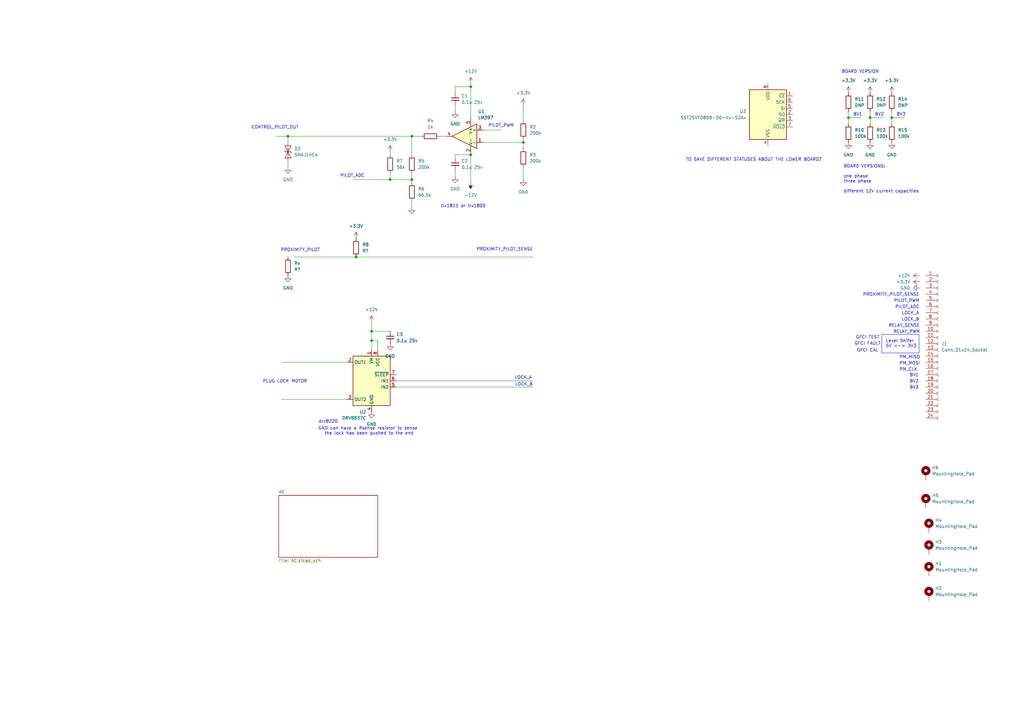
<source format=kicad_sch>
(kicad_sch (version 20231120) (generator "eeschema") (generator_version "8.0")
  (paper "A3")
  (title_block (title "EVSE") (date "2024-05-31") (rev "1") (company "BlueDot d.o.o."))
  (lib_symbols
    (symbol "Comparator:LM397" (pin_names (offset 0.127))
      (property "Reference" "U" (at 1.27 5.08 0))
      (property "Value" "LM397" (at 3.81 -5.08 0))
      (symbol "LM397_0_1"
        (polyline (pts (xy -5.08 5.08) (xy 5.08 0) (xy -5.08 -5.08) (xy -5.08 5.08)) (stroke (width 0.254)) (fill (type background)))
      )
      (symbol "LM397_1_1"
        (pin input line (at -7.62 -2.54 0) (length 2.54) (name "-") (number "1"))
        (pin power_in line (at -2.54 -7.62 90) (length 3.81) (name "V-") (number "2"))
        (pin input line (at -7.62 2.54 0) (length 2.54) (name "+") (number "3"))
        (pin open_collector line (at 7.62 0 180) (length 2.54) (name "~") (number "4"))
        (pin power_in line (at -2.54 7.62 270) (length 3.81) (name "V+") (number "5"))
      )
    )
    (symbol "Connector:Conn_01x24_Socket" (pin_names (offset 1.016) hide)
      (property "Reference" "J" (at 0 30.48 0))
      (property "Value" "Conn_01x24_Socket" (at 0 -33.02 0))
      (symbol "Conn_01x24_Socket_1_1"
        (arc (start 0 -29.972) (mid -0.5058 -30.48) (end 0 -30.988) (stroke (width 0.1524)))
        (arc (start 0 -27.432) (mid -0.5058 -27.94) (end 0 -28.448) (stroke (width 0.1524)))
        (arc (start 0 -24.892) (mid -0.5058 -25.4) (end 0 -25.908) (stroke (width 0.1524)))
        (arc (start 0 -22.352) (mid -0.5058 -22.86) (end 0 -23.368) (stroke (width 0.1524)))
        (arc (start 0 -19.812) (mid -0.5058 -20.32) (end 0 -20.828) (stroke (width 0.1524)))
        (arc (start 0 -17.272) (mid -0.5058 -17.78) (end 0 -18.288) (stroke (width 0.1524)))
        (arc (start 0 -14.732) (mid -0.5058 -15.24) (end 0 -15.748) (stroke (width 0.1524)))
        (arc (start 0 -12.192) (mid -0.5058 -12.7) (end 0 -13.208) (stroke (width 0.1524)))
        (arc (start 0 -9.652) (mid -0.5058 -10.16) (end 0 -10.668) (stroke (width 0.1524)))
        (arc (start 0 -7.112) (mid -0.5058 -7.62) (end 0 -8.128) (stroke (width 0.1524)))
        (arc (start 0 -4.572) (mid -0.5058 -5.08) (end 0 -5.588) (stroke (width 0.1524)))
        (arc (start 0 -2.032) (mid -0.5058 -2.54) (end 0 -3.048) (stroke (width 0.1524)))
        (polyline (pts (xy -1.27 -30.48) (xy -0.508 -30.48)) (stroke (width 0.1524)))
        (polyline (pts (xy -1.27 -27.94) (xy -0.508 -27.94)) (stroke (width 0.1524)))
        (polyline (pts (xy -1.27 -25.4) (xy -0.508 -25.4)) (stroke (width 0.1524)))
        (polyline (pts (xy -1.27 -22.86) (xy -0.508 -22.86)) (stroke (width 0.1524)))
        (polyline (pts (xy -1.27 -20.32) (xy -0.508 -20.32)) (stroke (width 0.1524)))
        (polyline (pts (xy -1.27 -17.78) (xy -0.508 -17.78)) (stroke (width 0.1524)))
        (polyline (pts (xy -1.27 -15.24) (xy -0.508 -15.24)) (stroke (width 0.1524)))
        (polyline (pts (xy -1.27 -12.7) (xy -0.508 -12.7)) (stroke (width 0.1524)))
        (polyline (pts (xy -1.27 -10.16) (xy -0.508 -10.16)) (stroke (width 0.1524)))
        (polyline (pts (xy -1.27 -7.62) (xy -0.508 -7.62)) (stroke (width 0.1524)))
        (polyline (pts (xy -1.27 -5.08) (xy -0.508 -5.08)) (stroke (width 0.1524)))
        (polyline (pts (xy -1.27 -2.54) (xy -0.508 -2.54)) (stroke (width 0.1524)))
        (polyline (pts (xy -1.27 0) (xy -0.508 0)) (stroke (width 0.1524)))
        (polyline (pts (xy -1.27 2.54) (xy -0.508 2.54)) (stroke (width 0.1524)))
        (polyline (pts (xy -1.27 5.08) (xy -0.508 5.08)) (stroke (width 0.1524)))
        (polyline (pts (xy -1.27 7.62) (xy -0.508 7.62)) (stroke (width 0.1524)))
        (polyline (pts (xy -1.27 10.16) (xy -0.508 10.16)) (stroke (width 0.1524)))
        (polyline (pts (xy -1.27 12.7) (xy -0.508 12.7)) (stroke (width 0.1524)))
        (polyline (pts (xy -1.27 15.24) (xy -0.508 15.24)) (stroke (width 0.1524)))
        (polyline (pts (xy -1.27 17.78) (xy -0.508 17.78)) (stroke (width 0.1524)))
        (polyline (pts (xy -1.27 20.32) (xy -0.508 20.32)) (stroke (width 0.1524)))
        (polyline (pts (xy -1.27 22.86) (xy -0.508 22.86)) (stroke (width 0.1524)))
        (polyline (pts (xy -1.27 25.4) (xy -0.508 25.4)) (stroke (width 0.1524)))
        (polyline (pts (xy -1.27 27.94) (xy -0.508 27.94)) (stroke (width 0.1524)))
        (arc (start 0 0.508) (mid -0.5058 0) (end 0 -0.508) (stroke (width 0.1524)))
        (arc (start 0 3.048) (mid -0.5058 2.54) (end 0 2.032) (stroke (width 0.1524)))
        (arc (start 0 5.588) (mid -0.5058 5.08) (end 0 4.572) (stroke (width 0.1524)))
        (arc (start 0 8.128) (mid -0.5058 7.62) (end 0 7.112) (stroke (width 0.1524)))
        (arc (start 0 10.668) (mid -0.5058 10.16) (end 0 9.652) (stroke (width 0.1524)))
        (arc (start 0 13.208) (mid -0.5058 12.7) (end 0 12.192) (stroke (width 0.1524)))
        (arc (start 0 15.748) (mid -0.5058 15.24) (end 0 14.732) (stroke (width 0.1524)))
        (arc (start 0 18.288) (mid -0.5058 17.78) (end 0 17.272) (stroke (width 0.1524)))
        (arc (start 0 20.828) (mid -0.5058 20.32) (end 0 19.812) (stroke (width 0.1524)))
        (arc (start 0 23.368) (mid -0.5058 22.86) (end 0 22.352) (stroke (width 0.1524)))
        (arc (start 0 25.908) (mid -0.5058 25.4) (end 0 24.892) (stroke (width 0.1524)))
        (arc (start 0 28.448) (mid -0.5058 27.94) (end 0 27.432) (stroke (width 0.1524)))
        (pin passive line (at -5.08 27.94 0) (length 3.81) (name "Pin_1") (number "1"))
        (pin passive line (at -5.08 5.08 0) (length 3.81) (name "Pin_10") (number "10"))
        (pin passive line (at -5.08 2.54 0) (length 3.81) (name "Pin_11") (number "11"))
        (pin passive line (at -5.08 0 0) (length 3.81) (name "Pin_12") (number "12"))
        (pin passive line (at -5.08 -2.54 0) (length 3.81) (name "Pin_13") (number "13"))
        (pin passive line (at -5.08 -5.08 0) (length 3.81) (name "Pin_14") (number "14"))
        (pin passive line (at -5.08 -7.62 0) (length 3.81) (name "Pin_15") (number "15"))
        (pin passive line (at -5.08 -10.16 0) (length 3.81) (name "Pin_16") (number "16"))
        (pin passive line (at -5.08 -12.7 0) (length 3.81) (name "Pin_17") (number "17"))
        (pin passive line (at -5.08 -15.24 0) (length 3.81) (name "Pin_18") (number "18"))
        (pin passive line (at -5.08 -17.78 0) (length 3.81) (name "Pin_19") (number "19"))
        (pin passive line (at -5.08 25.4 0) (length 3.81) (name "Pin_2") (number "2"))
        (pin passive line (at -5.08 -20.32 0) (length 3.81) (name "Pin_20") (number "20"))
        (pin passive line (at -5.08 -22.86 0) (length 3.81) (name "Pin_21") (number "21"))
        (pin passive line (at -5.08 -25.4 0) (length 3.81) (name "Pin_22") (number "22"))
        (pin passive line (at -5.08 -27.94 0) (length 3.81) (name "Pin_23") (number "23"))
        (pin passive line (at -5.08 -30.48 0) (length 3.81) (name "Pin_24") (number "24"))
        (pin passive line (at -5.08 22.86 0) (length 3.81) (name "Pin_3") (number "3"))
        (pin passive line (at -5.08 20.32 0) (length 3.81) (name "Pin_4") (number "4"))
        (pin passive line (at -5.08 17.78 0) (length 3.81) (name "Pin_5") (number "5"))
        (pin passive line (at -5.08 15.24 0) (length 3.81) (name "Pin_6") (number "6"))
        (pin passive line (at -5.08 12.7 0) (length 3.81) (name "Pin_7") (number "7"))
        (pin passive line (at -5.08 10.16 0) (length 3.81) (name "Pin_8") (number "8"))
        (pin passive line (at -5.08 7.62 0) (length 3.81) (name "Pin_9") (number "9"))
      )
    )
    (symbol "Device:C_Small" (pin_numbers hide) (pin_names (offset 0.254) hide)
      (property "Reference" "C" (at 0.254 1.778 0))
      (property "Value" "C_Small" (at 0.254 -2.032 0))
      (symbol "C_Small_0_1"
        (polyline (pts (xy -1.524 -0.508) (xy 1.524 -0.508)) (stroke (width 0.3302)))
        (polyline (pts (xy -1.524 0.508) (xy 1.524 0.508)) (stroke (width 0.3048)))
      )
      (symbol "C_Small_1_1"
        (pin passive line (at 0 2.54 270) (length 2.032) (name "~") (number "1"))
        (pin passive line (at 0 -2.54 90) (length 2.032) (name "~") (number "2"))
      )
    )
    (symbol "Device:R" (pin_numbers hide) (pin_names (offset 0))
      (property "Reference" "R" (at 2.032 0 90))
      (property "Value" "R" (at 0 0 90))
      (symbol "R_0_1"
        (rectangle (start -1.016 -2.54) (end 1.016 2.54) (stroke (width 0.254)))
      )
      (symbol "R_1_1"
        (pin passive line (at 0 3.81 270) (length 1.27) (name "~") (number "1"))
        (pin passive line (at 0 -3.81 90) (length 1.27) (name "~") (number "2"))
      )
    )
    (symbol "Diode:SMAJ14CA" (pin_numbers hide) (pin_names (offset 1.016) hide)
      (property "Reference" "D" (at 0 2.54 0))
      (property "Value" "SMAJ14CA" (at 0 -2.54 0))
      (symbol "SMAJ14CA_0_1"
        (polyline (pts (xy 1.27 0) (xy -1.27 0)))
        (polyline (pts (xy -2.54 -1.27) (xy 0 0) (xy -2.54 1.27) (xy -2.54 -1.27)) (stroke (width 0.2032)))
        (polyline (pts (xy 0.508 1.27) (xy 0 1.27) (xy 0 -1.27) (xy -0.508 -1.27)) (stroke (width 0.2032)))
        (polyline (pts (xy 2.54 1.27) (xy 2.54 -1.27) (xy 0 0) (xy 2.54 1.27)) (stroke (width 0.2032)))
      )
      (symbol "SMAJ14CA_1_1"
        (pin passive line (at -3.81 0 0) (length 2.54) (name "A1") (number "1"))
        (pin passive line (at 3.81 0 180) (length 2.54) (name "A2") (number "2"))
      )
    )
    (symbol "Driver_Motor:DRV8837C"
      (property "Reference" "U" (at 6.35 11.43 0))
      (property "Value" "DRV8837C" (at -10.16 11.43 0))
      (symbol "DRV8837C_0_1"
        (rectangle (start -7.62 10.16) (end 7.62 -10.16) (stroke (width 0.254)) (fill (type background)))
      )
      (symbol "DRV8837C_1_1"
        (pin power_in line (at 0 12.7 270) (length 2.54) (name "VM") (number "1"))
        (pin output line (at 10.16 7.62 180) (length 2.54) (name "OUT1") (number "2"))
        (pin output line (at 10.16 -7.62 180) (length 2.54) (name "OUT2") (number "3"))
        (pin power_in line (at 0 -12.7 90) (length 2.54) (name "GND") (number "4"))
        (pin input line (at -10.16 -2.54 0) (length 2.54) (name "IN2") (number "5"))
        (pin input line (at -10.16 0 0) (length 2.54) (name "IN1") (number "6"))
        (pin input line (at -10.16 2.54 0) (length 2.54) (name "~{SLEEP}") (number "7"))
        (pin power_in line (at -2.54 12.7 270) (length 2.54) (name "VCC") (number "8"))
        (pin passive line (at 0 -12.7 90) (length 2.54) hide (name "GND") (number "9"))
      )
    )
    (symbol "Mechanical:MountingHole_Pad" (pin_numbers hide) (pin_names (offset 1.016) hide) (exclude_from_sim yes) (in_bom no)
      (property "Reference" "H" (at 0 6.35 0))
      (property "Value" "MountingHole_Pad" (at 0 4.445 0))
      (symbol "MountingHole_Pad_0_1"
        (circle (center 0 1.27) (radius 1.27) (stroke (width 1.27)))
      )
      (symbol "MountingHole_Pad_1_1"
        (pin input line (at 0 -2.54 90) (length 2.54) (name "1") (number "1"))
      )
    )
    (symbol "Memory_Flash:SST25VF080B-50-4x-S2Ax"
      (property "Reference" "U" (at -6.35 11.43 0))
      (property "Value" "SST25VF080B-50-4x-S2Ax" (at 13.97 11.43 0))
      (symbol "SST25VF080B-50-4x-S2Ax_0_1"
        (rectangle (start -7.62 10.16) (end 7.62 -10.16) (stroke (width 0.254)) (fill (type background)))
      )
      (symbol "SST25VF080B-50-4x-S2Ax_1_1"
        (pin input line (at -10.16 7.62 0) (length 2.54) (name "~{CE}") (number "1"))
        (pin output line (at -10.16 0 0) (length 2.54) (name "SO") (number "2"))
        (pin input line (at -10.16 -2.54 0) (length 2.54) (name "~{WP}") (number "3"))
        (pin power_in line (at 0 -12.7 90) (length 2.54) (name "VSS") (number "4"))
        (pin input line (at -10.16 2.54 0) (length 2.54) (name "SI") (number "5"))
        (pin input line (at -10.16 5.08 0) (length 2.54) (name "SCK") (number "6"))
        (pin input line (at -10.16 -5.08 0) (length 2.54) (name "~{HOLD}") (number "7"))
        (pin power_in line (at 0 12.7 270) (length 2.54) (name "VDD") (number "8"))
      )
    )
    (symbol "power:+12V" (power) (pin_numbers hide) (pin_names (offset 0) hide)
      (property "Value" "+12V" (at 0 3.556 0))
      (symbol "+12V_0_1"
        (polyline (pts (xy -0.762 1.27) (xy 0 2.54)))
        (polyline (pts (xy 0 0) (xy 0 2.54)))
        (polyline (pts (xy 0 2.54) (xy 0.762 1.27)))
      )
      (symbol "+12V_1_1"
        (pin power_in line (at 0 0 90) (length 0) (name "~") (number "1"))
      )
    )
    (symbol "power:+3.3V" (power) (pin_numbers hide) (pin_names (offset 0) hide)
      (property "Value" "+3.3V" (at 0 3.556 0))
      (symbol "+3.3V_0_1"
        (polyline (pts (xy -0.762 1.27) (xy 0 2.54)))
        (polyline (pts (xy 0 0) (xy 0 2.54)))
        (polyline (pts (xy 0 2.54) (xy 0.762 1.27)))
      )
      (symbol "+3.3V_1_1"
        (pin power_in line (at 0 0 90) (length 0) (name "~") (number "1"))
      )
    )
    (symbol "power:-12V" (power) (pin_numbers hide) (pin_names (offset 0) hide)
      (property "Value" "-12V" (at 0 3.556 0))
      (symbol "-12V_0_0"
        (pin power_in line (at 0 0 90) (length 0) (name "~") (number "1"))
      )
      (symbol "-12V_0_1"
        (polyline (pts (xy 0 0) (xy 0 1.27) (xy 0.762 1.27) (xy 0 2.54) (xy -0.762 1.27) (xy 0 1.27)) (fill (type outline)))
      )
    )
    (symbol "power:GND" (power) (pin_numbers hide) (pin_names (offset 0) hide)
      (property "Value" "GND" (at 0 -3.81 0))
      (symbol "GND_0_1"
        (polyline (pts (xy 0 0) (xy 0 -1.27) (xy 1.27 -1.27) (xy 0 -2.54) (xy -1.27 -1.27) (xy 0 -1.27)))
      )
      (symbol "GND_1_1"
        (pin power_in line (at 0 0 270) (length 0) (name "~") (number "1"))
      )
    )
  )
  (junction (at 146.05 105.41))
  (junction (at 152.4 135.89))
  (junction (at 152.4 139.7))
  (junction (at 160.02 73.66))
  (junction (at 365.76 48.26))
  (junction (at 168.91 73.66))
  (junction (at 214.63 58.42))
  (junction (at 118.11 55.88))
  (junction (at 356.87 48.26))
  (junction (at 193.04 63.5))
  (junction (at 168.91 55.88))
  (junction (at 347.98 48.26))
  (junction (at 193.04 35.56))
  (wire (pts (xy 118.11 55.88) (xy 168.91 55.88)))
  (wire (pts (xy 168.91 73.66) (xy 168.91 74.93)))
  (wire (pts (xy 198.12 58.42) (xy 214.63 58.42)))
  (wire (pts (xy 160.02 135.89) (xy 152.4 135.89)))
  (wire (pts (xy 172.72 55.88) (xy 168.91 55.88)))
  (wire (pts (xy 118.11 55.88) (xy 118.11 58.42)))
  (wire (pts (xy 168.91 71.12) (xy 168.91 73.66)))
  (wire (pts (xy 347.98 48.26) (xy 353.06 48.26)))
  (wire (pts (xy 162.56 156.21) (xy 218.44 156.21)))
  (wire (pts (xy 214.63 43.18) (xy 214.63 49.53)))
  (wire (pts (xy 186.69 72.39) (xy 186.69 69.85)))
  (wire (pts (xy 186.69 63.5) (xy 186.69 64.77)))
  (wire (pts (xy 356.87 48.26) (xy 361.95 48.26)))
  (wire (pts (xy 152.4 132.08) (xy 152.4 135.89)))
  (wire (pts (xy 113.03 55.88) (xy 118.11 55.88)))
  (wire (pts (xy 365.76 45.72) (xy 365.76 48.26)))
  (wire (pts (xy 186.69 45.72) (xy 186.69 43.18)))
  (wire (pts (xy 356.87 48.26) (xy 356.87 50.8)))
  (wire (pts (xy 365.76 48.26) (xy 365.76 50.8)))
  (wire (pts (xy 120.65 105.41) (xy 146.05 105.41)))
  (wire (pts (xy 160.02 71.12) (xy 160.02 73.66)))
  (wire (pts (xy 186.69 63.5) (xy 193.04 63.5)))
  (wire (pts (xy 168.91 82.55) (xy 168.91 85.09)))
  (wire (pts (xy 168.91 55.88) (xy 168.91 63.5)))
  (wire (pts (xy 186.69 38.1) (xy 186.69 35.56)))
  (wire (pts (xy 193.04 34.29) (xy 193.04 35.56)))
  (wire (pts (xy 160.02 73.66) (xy 168.91 73.66)))
  (wire (pts (xy 115.57 163.83) (xy 142.24 163.83)))
  (wire (pts (xy 146.05 105.41) (xy 218.44 105.41)))
  (wire (pts (xy 152.4 135.89) (xy 152.4 139.7)))
  (wire (pts (xy 115.57 148.59) (xy 142.24 148.59)))
  (wire (pts (xy 198.12 53.34) (xy 205.74 53.34)))
  (wire (pts (xy 214.63 73.66) (xy 214.63 68.58)))
  (wire (pts (xy 214.63 58.42) (xy 214.63 60.96)))
  (wire (pts (xy 193.04 74.93) (xy 193.04 63.5)))
  (wire (pts (xy 154.94 143.51) (xy 154.94 139.7)))
  (wire (pts (xy 160.02 62.23) (xy 160.02 63.5)))
  (wire (pts (xy 193.04 35.56) (xy 193.04 48.26)))
  (wire (pts (xy 214.63 57.15) (xy 214.63 58.42)))
  (wire (pts (xy 347.98 45.72) (xy 347.98 48.26)))
  (wire (pts (xy 154.94 139.7) (xy 152.4 139.7)))
  (wire (pts (xy 162.56 158.75) (xy 218.44 158.75)))
  (wire (pts (xy 186.69 35.56) (xy 193.04 35.56)))
  (wire (pts (xy 365.76 48.26) (xy 370.84 48.26)))
  (wire (pts (xy 152.4 139.7) (xy 152.4 143.51)))
  (wire (pts (xy 144.78 73.66) (xy 160.02 73.66)))
  (wire (pts (xy 356.87 45.72) (xy 356.87 48.26)))
  (wire (pts (xy 347.98 48.26) (xy 347.98 50.8)))
  (wire (pts (xy 180.34 55.88) (xy 182.88 55.88)))
  (wire (pts (xy 118.11 68.58) (xy 118.11 66.04)))
  (rectangle (start 361.696 137.16) (end 376.936 144.78))
  (text "BV2" (at 374.904 156.464 0) (effects (font (size 1.27 1.27))))
  (text "TO SAVE DIFFERENT STATUSES ABOUT THE LOWER BOARD?" (at 309.118 65.532 0) (effects (font (size 1.27 1.27))))
  (text "CONTROL_PILOT_OUT" (at 112.776 52.324 0) (effects (font (size 1.27 1.27))))
  (text "LOCK_B" (at 373.38 131.064 0) (effects (font (size 1.27 1.27))))
  (text "GFCI TEST" (at 355.854 138.43 0) (effects (font (size 1.27 1.27))))
  (text "PROXIMITY_PILOT" (at 123.19 102.616 0) (effects (font (size 1.27 1.27))))
  (text "BV3" (at 374.904 159.004 0) (effects (font (size 1.27 1.27))))
  (text "PM_CLK" (at 372.618 151.638 0) (effects (font (size 1.27 1.27))))
  (text "PILOT_PWM" (at 371.856 123.444 0) (effects (font (size 1.27 1.27))))
  (text "PILOT_PWM" (at 205.486 51.562 0) (effects (font (size 1.27 1.27))))
  (text "PILOT_ADC" (at 372.11 125.984 0) (effects (font (size 1.27 1.27))))
  (text "BV1" (at 374.904 153.924 0) (effects (font (size 1.27 1.27))))
  (text "RELAY_PWM" (at 371.856 136.144 0) (effects (font (size 1.27 1.27))))
  (text "RELAY_SENSE" (at 370.84 133.604 0) (effects (font (size 1.27 1.27))))
  (text "PM_MOSI" (at 373.126 149.098 0) (effects (font (size 1.27 1.27))))
  (text "BV3" (at 369.57 46.99 0) (effects (font (size 1.27 1.27))))
  (text "BV2" (at 360.68 46.99 0) (effects (font (size 1.27 1.27))))
  (text "LOCK_A" (at 373.38 128.524 0) (effects (font (size 1.27 1.27))))
  (text "GFCI FAULT" (at 355.854 140.97 0) (effects (font (size 1.27 1.27))))
  (text "PROXIMITY_PILOT_SENSE" (at 207.01 102.362 0) (effects (font (size 1.27 1.27))))
  (text "drv8220" (at 134.62 172.974 0) (effects (font (size 1.27 1.27))))
  (text "BV1" (at 351.79 46.99 0) (effects (font (size 1.27 1.27))))
  (text "GND can have a Rsense resistor to sense \nthe lock has been pushed to the end" (at 151.384 176.784 0) (effects (font (size 1.27 1.27))))
  (text "LOCK_A" (at 214.63 154.94 0) (effects (font (size 1.27 1.27))))
  (text "BOARD VERSIONS:\n\none phase\nthree phase\n\ndifferent 12v current capacities\n" (at 345.948 73.406 0) (effects (font (size 1.27 1.27)) (justify left)))
  (text "LOCK_B" (at 214.884 157.734 0) (effects (font (size 1.27 1.27))))
  (text "Level Shifer \n5V <-> 3V3" (at 369.57 140.97 0) (effects (font (size 1.27 1.27))))
  (text "PLUG LOCK MOTOR\n" (at 116.84 156.464 0) (effects (font (size 1.27 1.27))))
  (text "tlv1811 or tlv1805\n" (at 189.992 84.582 0) (effects (font (size 1.27 1.27))))
  (text "PM_MISO" (at 373.126 146.558 0) (effects (font (size 1.27 1.27))))
  (text "BOARD VERSION" (at 352.806 29.464 0) (effects (font (size 1.27 1.27))))
  (text "PILOT_ADC" (at 144.526 72.136 0) (effects (font (size 1.27 1.27))))
  (text "GFCI CAL" (at 355.854 143.764 0) (effects (font (size 1.27 1.27))))
  (text "PROXIMITY_PILOT_SENSE" (at 365.506 120.904 0) (effects (font (size 1.27 1.27))))
  (symbol (lib_id "Mechanical:MountingHole_Pad") (at 381 215.9 0) (unit 1) (exclude_from_sim yes) (in_bom no)
    (property "Reference" "H4" (at 383.54 213.3599 0) (effects (justify left)))
    (property "Value" "MountingHole_Pad" (at 383.54 215.8999 0) (effects (justify left)))
    (property "Description" "Mounting Hole with connection" (effects (hide yes)))
  )
  (symbol (lib_id "power:GND") (at 118.11 68.58 0) (unit 1)
    (property "Reference" "#PWR013" (effects (hide yes)))
    (property "Value" "GND" (at 118.11 73.66 0))
    (property "Description" "Power symbol creates a global label with name \"GND\" , ground" (effects (hide yes)))
  )
  (symbol (lib_id "power:GND") (at 365.76 58.42 0) (unit 1)
    (property "Reference" "#PWR032" (effects (hide yes)))
    (property "Value" "GND" (at 365.76 63.5 0))
    (property "Description" "Power symbol creates a global label with name \"GND\" , ground" (effects (hide yes)))
  )
  (symbol (lib_id "power:+3.3V") (at 365.76 38.1 0) (unit 1)
    (property "Reference" "#PWR031" (effects (hide yes)))
    (property "Value" "+3.3V" (at 365.76 33.02 0))
    (property "Description" "Power symbol creates a global label with name \"+3.3V\"" (effects (hide yes)))
  )
  (symbol (lib_id "power:+3.3V") (at 214.63 43.18 0) (unit 1)
    (property "Reference" "#PWR010" (effects (hide yes)))
    (property "Value" "+3.3V" (at 214.63 38.1 0))
    (property "Description" "Power symbol creates a global label with name \"+3.3V\"" (effects (hide yes)))
  )
  (symbol (lib_id "power:GND") (at 214.63 73.66 0) (unit 1)
    (property "Reference" "#PWR07" (effects (hide yes)))
    (property "Value" "GND" (at 214.63 78.74 0))
    (property "Description" "Power symbol creates a global label with name \"GND\" , ground" (effects (hide yes)))
  )
  (symbol (lib_id "Device:R") (at 168.91 78.74 180) (unit 1)
    (property "Reference" "R6" (at 171.45 77.4699 0) (effects (justify right)))
    (property "Value" "66.5k" (at 171.45 80.0099 0) (effects (justify right)))
    (property "Description" "Resistor" (effects (hide yes)))
  )
  (symbol (lib_id "Device:R") (at 347.98 54.61 180) (unit 1)
    (property "Reference" "R10" (at 350.52 53.3399 0) (effects (justify right)))
    (property "Value" "100k" (at 350.52 55.8799 0) (effects (justify right)))
    (property "Description" "Resistor" (effects (hide yes)))
  )
  (symbol (lib_id "power:+3.3V") (at 377.19 115.57 90) (unit 1)
    (property "Reference" "#PWR020" (effects (hide yes)))
    (property "Value" "+3.3V" (at 373.38 115.5699 90) (effects (justify left)))
    (property "Description" "Power symbol creates a global label with name \"+3.3V\"" (effects (hide yes)))
  )
  (symbol (lib_id "power:+3.3V") (at 160.02 62.23 0) (unit 1)
    (property "Reference" "#PWR011" (effects (hide yes)))
    (property "Value" "+3.3V" (at 160.02 57.15 0))
    (property "Description" "Power symbol creates a global label with name \"+3.3V\"" (effects (hide yes)))
  )
  (symbol (lib_id "power:GND") (at 347.98 58.42 0) (unit 1)
    (property "Reference" "#PWR028" (effects (hide yes)))
    (property "Value" "GND" (at 347.98 63.5 0))
    (property "Description" "Power symbol creates a global label with name \"GND\" , ground" (effects (hide yes)))
  )
  (symbol (lib_id "Comparator:LM397") (at 190.5 55.88 0) (mirror y) (unit 1)
    (property "Reference" "U1" (at 196.0565 45.72 0) (effects (justify right)))
    (property "Value" "LM397" (at 196.0565 48.26 0) (effects (justify right)))
    (property "Footprint" "Package_TO_SOT_SMD:SOT-23-5" (effects (hide yes)))
    (property "Datasheet" "http://www.ti.com/lit/ds/symlink/lm397.pdf" (effects (hide yes)))
    (property "Description" "Single General-Purpose Voltage Comparator with Open-Collector Output, SOT-23-5" (effects (hide yes)))
  )
  (symbol (lib_id "power:+3.3V") (at 146.05 97.79 0) (unit 1)
    (property "Reference" "#PWR017" (effects (hide yes)))
    (property "Value" "+3.3V" (at 146.05 92.71 0))
    (property "Description" "Power symbol creates a global label with name \"+3.3V\"" (effects (hide yes)))
  )
  (symbol (lib_id "power:GND") (at 118.11 113.03 0) (unit 1)
    (property "Reference" "#PWR018" (effects (hide yes)))
    (property "Value" "GND" (at 118.11 118.11 0))
    (property "Description" "Power symbol creates a global label with name \"GND\" , ground" (effects (hide yes)))
  )
  (symbol (lib_id "power:GND") (at 356.87 58.42 0) (unit 1)
    (property "Reference" "#PWR030" (effects (hide yes)))
    (property "Value" "GND" (at 356.87 63.5 0))
    (property "Description" "Power symbol creates a global label with name \"GND\" , ground" (effects (hide yes)))
  )
  (symbol (lib_id "power:GND") (at 160.02 140.97 0) (unit 1)
    (property "Reference" "#PWR016" (effects (hide yes)))
    (property "Value" "GND" (at 160.02 146.05 0))
    (property "Description" "Power symbol creates a global label with name \"GND\" , ground" (effects (hide yes)))
  )
  (symbol (lib_id "power:+3.3V") (at 356.87 38.1 0) (unit 1)
    (property "Reference" "#PWR029" (effects (hide yes)))
    (property "Value" "+3.3V" (at 356.87 33.02 0))
    (property "Description" "Power symbol creates a global label with name \"+3.3V\"" (effects (hide yes)))
  )
  (symbol (lib_id "Device:R") (at 365.76 41.91 180) (unit 1)
    (property "Reference" "R14" (at 368.3 40.6399 0) (effects (justify right)))
    (property "Value" "DNP" (at 368.3 43.1799 0) (effects (justify right)))
    (property "Description" "Resistor" (effects (hide yes)))
  )
  (symbol (lib_id "Device:R") (at 365.76 54.61 180) (unit 1)
    (property "Reference" "R15" (at 368.3 53.3399 0) (effects (justify right)))
    (property "Value" "100k" (at 368.3 55.8799 0) (effects (justify right)))
    (property "Description" "Resistor" (effects (hide yes)))
  )
  (symbol (lib_id "Mechanical:MountingHole_Pad") (at 379.73 194.31 0) (unit 1) (exclude_from_sim yes) (in_bom no)
    (property "Reference" "H6" (at 382.27 191.7699 0) (effects (justify left)))
    (property "Value" "MountingHole_Pad" (at 382.27 194.3099 0) (effects (justify left)))
    (property "Description" "Mounting Hole with connection" (effects (hide yes)))
  )
  (symbol (lib_id "Driver_Motor:DRV8837C") (at 152.4 156.21 0) (mirror y) (unit 1)
    (property "Reference" "U2" (at 150.2059 168.91 0) (effects (justify left)))
    (property "Value" "DRV8837C" (at 150.2059 171.45 0) (effects (justify left)))
    (property "Footprint" "Package_SON:WSON-8-1EP_2x2mm_P0.5mm_EP0.9x1.6mm" (effects (hide yes)))
    (property "Datasheet" "http://www.ti.com/lit/ds/symlink/drv8837c.pdf" (effects (hide yes)))
    (property "Description" "H-Bridge driver, 1A, Low Voltage, PWM input, WSON-8" (effects (hide yes)))
  )
  (symbol (lib_id "Device:C_Small") (at 186.69 67.31 0) (unit 1)
    (property "Reference" "C2" (at 189.23 66.0462 0) (effects (justify left)))
    (property "Value" "0.1u 25v" (at 189.23 68.5862 0) (effects (justify left)))
    (property "Description" "Unpolarized capacitor, small symbol" (effects (hide yes)))
  )
  (symbol (lib_id "power:GND") (at 152.4 168.91 0) (unit 1)
    (property "Reference" "#PWR014" (effects (hide yes)))
    (property "Value" "GND" (at 152.4 173.99 0))
    (property "Description" "Power symbol creates a global label with name \"GND\" , ground" (effects (hide yes)))
  )
  (symbol (lib_id "power:+3.3V") (at 347.98 38.1 0) (unit 1)
    (property "Reference" "#PWR027" (effects (hide yes)))
    (property "Value" "+3.3V" (at 347.98 33.02 0))
    (property "Description" "Power symbol creates a global label with name \"+3.3V\"" (effects (hide yes)))
  )
  (symbol (lib_id "Memory_Flash:SST25VF080B-50-4x-S2Ax") (at 314.96 46.99 0) (mirror y) (unit 1)
    (property "Reference" "U3" (at 306.07 45.7199 0) (effects (justify left)))
    (property "Value" "SST25VF080B-50-4x-S2Ax" (at 306.07 48.2599 0) (effects (justify left)))
    (property "Footprint" "Package_SO:SOIC-8_5.275x5.275mm_P1.27mm" (effects (hide yes)))
    (property "Datasheet" "http://ww1.microchip.com/downloads/en/DeviceDoc/20005045C.pdf" (effects (hide yes)))
    (property "Description" "8-Mbit, 2.7 to 3.6V, SPI Flash Memory, SOIC-8" (effects (hide yes)))
  )
  (symbol (lib_id "power:GND") (at 168.91 85.09 0) (unit 1)
    (property "Reference" "#PWR012" (effects (hide yes)))
    (property "Value" "GND" (effects (hide yes)))
    (property "Description" "Power symbol creates a global label with name \"GND\" , ground" (effects (hide yes)))
  )
  (symbol (lib_id "power:-12V") (at 193.04 74.93 180) (unit 1)
    (property "Reference" "#PWR06" (effects (hide yes)))
    (property "Value" "-12V" (at 193.04 80.01 0))
    (property "Description" "Power symbol creates a global label with name \"-12V\"" (effects (hide yes)))
  )
  (symbol (lib_id "Device:C_Small") (at 186.69 40.64 0) (unit 1)
    (property "Reference" "C1" (at 189.23 39.3762 0) (effects (justify left)))
    (property "Value" "0.1u 25v" (at 189.23 41.9162 0) (effects (justify left)))
    (property "Description" "Unpolarized capacitor, small symbol" (effects (hide yes)))
  )
  (symbol (lib_id "Device:R") (at 160.02 67.31 180) (unit 1)
    (property "Reference" "R7" (at 162.56 66.0399 0) (effects (justify right)))
    (property "Value" "56k" (at 162.56 68.5799 0) (effects (justify right)))
    (property "Description" "Resistor" (effects (hide yes)))
  )
  (symbol (lib_id "power:+12V") (at 377.19 113.03 90) (unit 1)
    (property "Reference" "#PWR019" (effects (hide yes)))
    (property "Value" "+12V" (at 373.38 113.0299 90) (effects (justify left)))
    (property "Description" "Power symbol creates a global label with name \"+12V\"" (effects (hide yes)))
  )
  (symbol (lib_id "Device:R") (at 347.98 41.91 180) (unit 1)
    (property "Reference" "R11" (at 350.52 40.6399 0) (effects (justify right)))
    (property "Value" "DNP" (at 350.52 43.1799 0) (effects (justify right)))
    (property "Description" "Resistor" (effects (hide yes)))
  )
  (symbol (lib_id "Device:R") (at 214.63 64.77 0) (unit 1)
    (property "Reference" "R3" (at 217.17 63.4999 0) (effects (justify left)))
    (property "Value" "200k" (at 217.17 66.0399 0) (effects (justify left)))
    (property "Description" "Resistor" (effects (hide yes)))
  )
  (symbol (lib_id "Device:R") (at 214.63 53.34 0) (unit 1)
    (property "Reference" "R2" (at 217.17 52.0699 0) (effects (justify left)))
    (property "Value" "200k" (at 217.17 54.6099 0) (effects (justify left)))
    (property "Description" "Resistor" (effects (hide yes)))
  )
  (symbol (lib_id "Diode:SMAJ14CA") (at 118.11 62.23 90) (unit 1)
    (property "Reference" "D2" (at 120.65 60.9599 90) (effects (justify right)))
    (property "Value" "SMAJ14CA" (at 120.65 63.4999 90) (effects (justify right)))
    (property "Footprint" "Diode_SMD:D_SMA" (effects (hide yes)))
    (property "Datasheet" "https://www.littelfuse.com/media?resourcetype=datasheets&itemid=75e32973-b177-4ee3-a0ff-cedaf1abdb93&filename=smaj-datasheet" (effects (hide yes)))
    (property "Description" "400W bidirectional Transient Voltage Suppressor, 14.0Vr, SMA(DO-214AC)" (effects (hide yes)))
  )
  (symbol (lib_id "Mechanical:MountingHole_Pad") (at 381 224.79 0) (unit 1) (exclude_from_sim yes) (in_bom no)
    (property "Reference" "H3" (at 383.54 222.2499 0) (effects (justify left)))
    (property "Value" "MountingHole_Pad" (at 383.54 224.7899 0) (effects (justify left)))
    (property "Description" "Mounting Hole with connection" (effects (hide yes)))
  )
  (symbol (lib_id "Mechanical:MountingHole_Pad") (at 381 243.84 0) (unit 1) (exclude_from_sim yes) (in_bom no)
    (property "Reference" "H2" (at 383.54 241.2999 0) (effects (justify left)))
    (property "Value" "MountingHole_Pad" (at 383.54 243.8399 0) (effects (justify left)))
    (property "Description" "Mounting Hole with connection" (effects (hide yes)))
  )
  (symbol (lib_id "Device:R") (at 168.91 67.31 180) (unit 1)
    (property "Reference" "R5" (at 171.45 66.0399 0) (effects (justify right)))
    (property "Value" "200k" (at 171.45 68.5799 0) (effects (justify right)))
    (property "Description" "Resistor" (effects (hide yes)))
  )
  (symbol (lib_id "Device:C_Small") (at 160.02 138.43 0) (unit 1)
    (property "Reference" "C3" (at 162.56 137.1662 0) (effects (justify left)))
    (property "Value" "0.1u 25v" (at 162.56 139.7062 0) (effects (justify left)))
    (property "Description" "Unpolarized capacitor, small symbol" (effects (hide yes)))
  )
  (symbol (lib_id "Device:R") (at 176.53 55.88 90) (unit 1)
    (property "Reference" "R4" (at 176.53 49.53 90))
    (property "Value" "1k" (at 176.53 52.07 90))
    (property "Description" "Resistor" (effects (hide yes)))
  )
  (symbol (lib_id "power:GND") (at 377.19 118.11 270) (unit 1)
    (property "Reference" "#PWR021" (effects (hide yes)))
    (property "Value" "GND" (at 373.38 118.1099 90) (effects (justify right)))
    (property "Description" "Power symbol creates a global label with name \"GND\" , ground" (effects (hide yes)))
  )
  (symbol (lib_id "Mechanical:MountingHole_Pad") (at 381 233.68 0) (unit 1) (exclude_from_sim yes) (in_bom no)
    (property "Reference" "H1" (at 383.54 231.1399 0) (effects (justify left)))
    (property "Value" "MountingHole_Pad" (at 383.54 233.6799 0) (effects (justify left)))
    (property "Description" "Mounting Hole with connection" (effects (hide yes)))
  )
  (symbol (lib_id "power:+12V") (at 193.04 34.29 0) (unit 1)
    (property "Reference" "#PWR05" (effects (hide yes)))
    (property "Value" "+12V" (at 193.04 29.21 0))
    (property "Description" "Power symbol creates a global label with name \"+12V\"" (effects (hide yes)))
  )
  (symbol (lib_id "Device:R") (at 356.87 41.91 180) (unit 1)
    (property "Reference" "R12" (at 359.41 40.6399 0) (effects (justify right)))
    (property "Value" "DNP" (at 359.41 43.1799 0) (effects (justify right)))
    (property "Description" "Resistor" (effects (hide yes)))
  )
  (symbol (lib_id "Mechanical:MountingHole_Pad") (at 379.73 205.74 0) (unit 1) (exclude_from_sim yes) (in_bom no)
    (property "Reference" "H5" (at 382.27 203.1999 0) (effects (justify left)))
    (property "Value" "MountingHole_Pad" (at 382.27 205.7399 0) (effects (justify left)))
    (property "Description" "Mounting Hole with connection" (effects (hide yes)))
  )
  (symbol (lib_id "Device:R") (at 356.87 54.61 180) (unit 1)
    (property "Reference" "R13" (at 359.41 53.3399 0) (effects (justify right)))
    (property "Value" "100k" (at 359.41 55.8799 0) (effects (justify right)))
    (property "Description" "Resistor" (effects (hide yes)))
  )
  (symbol (lib_id "Connector:Conn_01x24_Socket") (at 384.81 140.97 0) (unit 1)
    (property "Reference" "J1" (at 386.08 140.9699 0) (effects (justify left)))
    (property "Value" "Conn_01x24_Socket" (at 386.08 143.5099 0) (effects (justify left)))
    (property "Description" "Generic connector, single row, 01x24, script generated" (effects (hide yes)))
  )
  (symbol (lib_id "power:GND") (at 186.69 72.39 0) (unit 1)
    (property "Reference" "#PWR09" (effects (hide yes)))
    (property "Value" "GND" (at 186.69 77.47 0))
    (property "Description" "Power symbol creates a global label with name \"GND\" , ground" (effects (hide yes)))
  )
  (symbol (lib_id "power:GND") (at 186.69 45.72 0) (unit 1)
    (property "Reference" "#PWR08" (effects (hide yes)))
    (property "Value" "GND" (at 186.69 50.8 0))
    (property "Description" "Power symbol creates a global label with name \"GND\" , ground" (effects (hide yes)))
  )
  (symbol (lib_id "power:+12V") (at 152.4 132.08 0) (unit 1)
    (property "Reference" "#PWR015" (effects (hide yes)))
    (property "Value" "+12V" (at 152.4 127 0))
    (property "Description" "Power symbol creates a global label with name \"+12V\"" (effects (hide yes)))
  )
  (symbol (lib_id "Device:R") (at 146.05 101.6 180) (unit 1)
    (property "Reference" "R8" (at 148.59 100.3299 0) (effects (justify right)))
    (property "Value" "R?" (at 148.59 102.8699 0) (effects (justify right)))
    (property "Description" "Resistor" (effects (hide yes)))
  )
  (symbol (lib_id "Device:R") (at 118.11 109.22 180) (unit 1)
    (property "Reference" "Rx" (at 120.65 107.9499 0) (effects (justify right)))
    (property "Value" "R?" (at 120.65 110.4899 0) (effects (justify right)))
    (property "Description" "Resistor" (effects (hide yes)))
  )
  (sheet (at 114.3 203.2) (size 40.64 25.4) (stroke (width 0.1524))
    (property "Sheetname" "AC" (at 114.3 202.4884 0) (effects (justify left bottom)))
    (property "Sheetfile" "AC.kicad_sch" (at 114.3 229.1846 0) (effects (justify left top)))
  )
)
</source>
